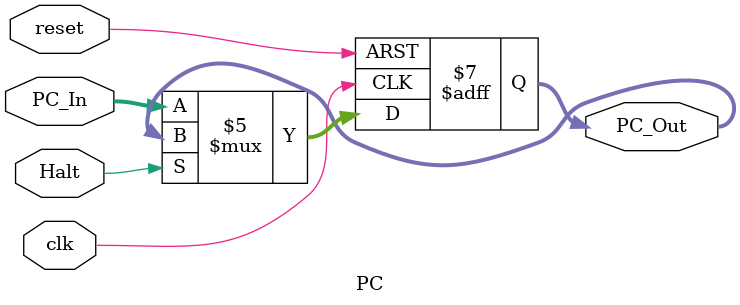
<source format=sv>
`timescale 1ns / 1ps


module PC(
    input wire clk,
    input wire reset,
    input wire [15:0] PC_In,
    input wire Halt,
    output reg [15:0] PC_Out
    );
    
    always @ (posedge clk or negedge reset) begin
        if (reset == 0) PC_Out = 16'b0000000000000000;
        else if (!Halt) PC_Out = PC_In;
    end
endmodule
</source>
